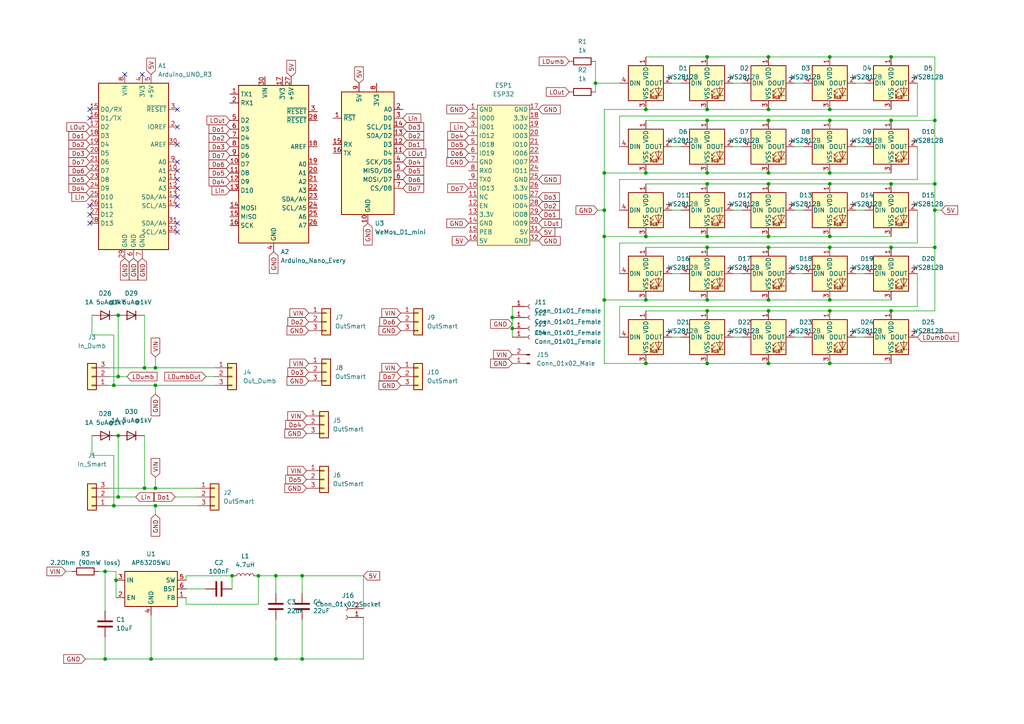
<source format=kicad_sch>
(kicad_sch (version 20230121) (generator eeschema)
  (paper "A4")
  (lib_symbols
    (symbol "Connector:Conn_01x01_Female" (pin_names (offset 1.016) hide)
      (property "Reference" "J" (at 0 2.54 0))
      (property "Value" "Conn_01x01_Female" (at 0 -2.54 0))
      (symbol "Conn_01x01_Female_1_1"
        (pin passive line (at -5.08 0 0) (length 3.81) (name "Pin_1") (number "1"))
      )
    )
    (symbol "Connector:Conn_01x02_Male" (pin_names (offset 1.016) hide)
      (property "Reference" "J" (at 0 2.54 0))
      (property "Value" "Conn_01x02_Male" (at 0 -5.08 0))
      (symbol "Conn_01x02_Male_1_1"
        (pin passive line (at 5.08 0 180) (length 3.81) (name "Pin_1") (number "1"))
        (pin passive line (at 5.08 -2.54 180) (length 3.81) (name "Pin_2") (number "2"))
      )
    )
    (symbol "Connector:Conn_01x02_Socket" (pin_names (offset 1.016) hide)
      (property "Reference" "J" (at 0 2.54 0))
      (property "Value" "Conn_01x02_Socket" (at 0 -5.08 0))
      (symbol "Conn_01x02_Socket_1_1"
        (pin passive line (at -5.08 0 0) (length 3.81) (name "Pin_1") (number "1"))
        (pin passive line (at -5.08 -2.54 0) (length 3.81) (name "Pin_2") (number "2"))
      )
    )
    (symbol "Connector_Generic:Conn_01x03" (pin_names (offset 1.016) hide)
      (property "Reference" "J" (at 0 5.08 0))
      (property "Value" "Conn_01x03" (at 0 -5.08 0))
      (symbol "Conn_01x03_1_1"
        (pin passive line (at -5.08 2.54 0) (length 3.81) (name "Pin_1") (number "1"))
        (pin passive line (at -5.08 0 0) (length 3.81) (name "Pin_2") (number "2"))
        (pin passive line (at -5.08 -2.54 0) (length 3.81) (name "Pin_3") (number "3"))
      )
    )
    (symbol "Device:C" (pin_numbers hide) (pin_names (offset 0.254))
      (property "Reference" "C" (at 0.635 2.54 0))
      (property "Value" "C" (at 0.635 -2.54 0))
      (symbol "C_1_1"
        (pin passive line (at 0 3.81 270) (length 2.794) (name "~") (number "1"))
        (pin passive line (at 0 -3.81 90) (length 2.794) (name "~") (number "2"))
      )
    )
    (symbol "Device:D" (pin_numbers hide) (pin_names (offset 1.016) hide)
      (property "Reference" "D" (at 0 2.54 0))
      (property "Value" "D" (at 0 -2.54 0))
      (symbol "D_1_1"
        (pin passive line (at -3.81 0 0) (length 2.54) (name "K") (number "1"))
        (pin passive line (at 3.81 0 180) (length 2.54) (name "A") (number "2"))
      )
    )
    (symbol "Device:L" (pin_numbers hide) (pin_names (offset 1.016) hide)
      (property "Reference" "L" (at -1.27 0 90))
      (property "Value" "L" (at 1.905 0 90))
      (symbol "L_1_1"
        (pin passive line (at 0 3.81 270) (length 1.27) (name "1") (number "1"))
        (pin passive line (at 0 -3.81 90) (length 1.27) (name "2") (number "2"))
      )
    )
    (symbol "Device:R" (pin_numbers hide) (pin_names (offset 0))
      (property "Reference" "R" (at 2.032 0 90))
      (property "Value" "R" (at 0 0 90))
      (symbol "R_1_1"
        (pin passive line (at 0 3.81 270) (length 1.27) (name "~") (number "1"))
        (pin passive line (at 0 -3.81 90) (length 1.27) (name "~") (number "2"))
      )
    )
    (symbol "LED:WS2812B" (pin_names (offset 0.254))
      (property "Reference" "D" (at 5.08 5.715 0))
      (property "Value" "WS2812B" (at 1.27 -5.715 0))
      (symbol "WS2812B_0_0"
        (text "RGB" (at 2.286 -4.191 0) (effects (font (size 0.762 0.762))))
      )
      (symbol "WS2812B_1_1"
        (pin power_in line (at 0 7.62 270) (length 2.54) (name "VDD") (number "1"))
        (pin output line (at 7.62 0 180) (length 2.54) (name "DOUT") (number "2"))
        (pin power_in line (at 0 -7.62 90) (length 2.54) (name "VSS") (number "3"))
        (pin input line (at -7.62 0 0) (length 2.54) (name "DIN") (number "4"))
      )
    )
    (symbol "MCU_Module:Arduino_Nano_Every"
      (property "Reference" "A" (at -10.16 23.495 0))
      (property "Value" "Arduino_Nano_Every" (at 5.08 -24.13 0))
      (symbol "Arduino_Nano_Every_1_1"
        (pin bidirectional line (at -12.7 20.32 0) (length 2.54) (name "TX1") (number "1"))
        (pin bidirectional line (at -12.7 0 0) (length 2.54) (name "D7") (number "10"))
        (pin bidirectional line (at -12.7 -2.54 0) (length 2.54) (name "D8") (number "11"))
        (pin bidirectional line (at -12.7 -5.08 0) (length 2.54) (name "D9") (number "12"))
        (pin bidirectional line (at -12.7 -7.62 0) (length 2.54) (name "D10") (number "13"))
        (pin bidirectional line (at -12.7 -12.7 0) (length 2.54) (name "MOSI") (number "14"))
        (pin bidirectional line (at -12.7 -15.24 0) (length 2.54) (name "MISO") (number "15"))
        (pin bidirectional line (at -12.7 -17.78 0) (length 2.54) (name "SCK") (number "16"))
        (pin power_out line (at 2.54 25.4 270) (length 2.54) (name "3V3") (number "17"))
        (pin input line (at 12.7 5.08 180) (length 2.54) (name "AREF") (number "18"))
        (pin bidirectional line (at 12.7 0 180) (length 2.54) (name "A0") (number "19"))
        (pin bidirectional line (at -12.7 17.78 0) (length 2.54) (name "RX1") (number "2"))
        (pin bidirectional line (at 12.7 -2.54 180) (length 2.54) (name "A1") (number "20"))
        (pin bidirectional line (at 12.7 -5.08 180) (length 2.54) (name "A2") (number "21"))
        (pin bidirectional line (at 12.7 -7.62 180) (length 2.54) (name "A3") (number "22"))
        (pin bidirectional line (at 12.7 -10.16 180) (length 2.54) (name "SDA/A4") (number "23"))
        (pin bidirectional line (at 12.7 -12.7 180) (length 2.54) (name "SCL/A5") (number "24"))
        (pin bidirectional line (at 12.7 -15.24 180) (length 2.54) (name "A6") (number "25"))
        (pin bidirectional line (at 12.7 -17.78 180) (length 2.54) (name "A7") (number "26"))
        (pin power_out line (at 5.08 25.4 270) (length 2.54) (name "+5V") (number "27"))
        (pin input line (at 12.7 12.7 180) (length 2.54) (name "~{RESET}") (number "28"))
        (pin passive line (at 0 -25.4 90) (length 2.54) hide (name "GND") (number "29"))
        (pin input line (at 12.7 15.24 180) (length 2.54) (name "~{RESET}") (number "3"))
        (pin power_in line (at -2.54 25.4 270) (length 2.54) (name "VIN") (number "30"))
        (pin power_in line (at 0 -25.4 90) (length 2.54) (name "GND") (number "4"))
        (pin bidirectional line (at -12.7 12.7 0) (length 2.54) (name "D2") (number "5"))
        (pin bidirectional line (at -12.7 10.16 0) (length 2.54) (name "D3") (number "6"))
        (pin bidirectional line (at -12.7 7.62 0) (length 2.54) (name "D4") (number "7"))
        (pin bidirectional line (at -12.7 5.08 0) (length 2.54) (name "D5") (number "8"))
        (pin bidirectional line (at -12.7 2.54 0) (length 2.54) (name "D6") (number "9"))
      )
    )
    (symbol "MCU_Module:Arduino_UNO_R3"
      (property "Reference" "A" (at -10.16 23.495 0))
      (property "Value" "Arduino_UNO_R3" (at 5.08 -26.67 0))
      (symbol "Arduino_UNO_R3_1_1"
        (pin no_connect line (at -10.16 -20.32 0) (length 2.54) hide (name "NC") (number "1"))
        (pin bidirectional line (at 12.7 -2.54 180) (length 2.54) (name "A1") (number "10"))
        (pin bidirectional line (at 12.7 -5.08 180) (length 2.54) (name "A2") (number "11"))
        (pin bidirectional line (at 12.7 -7.62 180) (length 2.54) (name "A3") (number "12"))
        (pin bidirectional line (at 12.7 -10.16 180) (length 2.54) (name "SDA/A4") (number "13"))
        (pin bidirectional line (at 12.7 -12.7 180) (length 2.54) (name "SCL/A5") (number "14"))
        (pin bidirectional line (at -12.7 15.24 0) (length 2.54) (name "D0/RX") (number "15"))
        (pin bidirectional line (at -12.7 12.7 0) (length 2.54) (name "D1/TX") (number "16"))
        (pin bidirectional line (at -12.7 10.16 0) (length 2.54) (name "D2") (number "17"))
        (pin bidirectional line (at -12.7 7.62 0) (length 2.54) (name "D3") (number "18"))
        (pin bidirectional line (at -12.7 5.08 0) (length 2.54) (name "D4") (number "19"))
        (pin output line (at 12.7 10.16 180) (length 2.54) (name "IOREF") (number "2"))
        (pin bidirectional line (at -12.7 2.54 0) (length 2.54) (name "D5") (number "20"))
        (pin bidirectional line (at -12.7 0 0) (length 2.54) (name "D6") (number "21"))
        (pin bidirectional line (at -12.7 -2.54 0) (length 2.54) (name "D7") (number "22"))
        (pin bidirectional line (at -12.7 -5.08 0) (length 2.54) (name "D8") (number "23"))
        (pin bidirectional line (at -12.7 -7.62 0) (length 2.54) (name "D9") (number "24"))
        (pin bidirectional line (at -12.7 -10.16 0) (length 2.54) (name "D10") (number "25"))
        (pin bidirectional line (at -12.7 -12.7 0) (length 2.54) (name "D11") (number "26"))
        (pin bidirectional line (at -12.7 -15.24 0) (length 2.54) (name "D12") (number "27"))
        (pin bidirectional line (at -12.7 -17.78 0) (length 2.54) (name "D13") (number "28"))
        (pin power_in line (at -2.54 -27.94 90) (length 2.54) (name "GND") (number "29"))
        (pin input line (at 12.7 15.24 180) (length 2.54) (name "~{RESET}") (number "3"))
        (pin input line (at 12.7 5.08 180) (length 2.54) (name "AREF") (number "30"))
        (pin bidirectional line (at 12.7 -17.78 180) (length 2.54) (name "SDA/A4") (number "31"))
        (pin bidirectional line (at 12.7 -20.32 180) (length 2.54) (name "SCL/A5") (number "32"))
        (pin power_out line (at 2.54 25.4 270) (length 2.54) (name "3V3") (number "4"))
        (pin power_out line (at 5.08 25.4 270) (length 2.54) (name "+5V") (number "5"))
        (pin power_in line (at 0 -27.94 90) (length 2.54) (name "GND") (number "6"))
        (pin power_in line (at 2.54 -27.94 90) (length 2.54) (name "GND") (number "7"))
        (pin power_in line (at -2.54 25.4 270) (length 2.54) (name "VIN") (number "8"))
        (pin bidirectional line (at 12.7 0 180) (length 2.54) (name "A0") (number "9"))
      )
    )
    (symbol "MCU_Module:WeMos_D1_mini"
      (property "Reference" "U" (at 3.81 19.05 0))
      (property "Value" "WeMos_D1_mini" (at 1.27 -19.05 0))
      (symbol "WeMos_D1_mini_1_1"
        (pin input line (at -10.16 10.16 0) (length 2.54) (name "~{RST}") (number "1"))
        (pin power_in line (at 0 -20.32 90) (length 2.54) (name "GND") (number "10"))
        (pin bidirectional line (at 10.16 0 180) (length 2.54) (name "D4") (number "11"))
        (pin bidirectional line (at 10.16 2.54 180) (length 2.54) (name "D3") (number "12"))
        (pin bidirectional line (at 10.16 5.08 180) (length 2.54) (name "SDA/D2") (number "13"))
        (pin bidirectional line (at 10.16 7.62 180) (length 2.54) (name "SCL/D1") (number "14"))
        (pin input line (at -10.16 2.54 0) (length 2.54) (name "RX") (number "15"))
        (pin output line (at -10.16 0 0) (length 2.54) (name "TX") (number "16"))
        (pin input line (at 10.16 12.7 180) (length 2.54) (name "A0") (number "2"))
        (pin bidirectional line (at 10.16 10.16 180) (length 2.54) (name "D0") (number "3"))
        (pin bidirectional line (at 10.16 -2.54 180) (length 2.54) (name "SCK/D5") (number "4"))
        (pin bidirectional line (at 10.16 -5.08 180) (length 2.54) (name "MISO/D6") (number "5"))
        (pin bidirectional line (at 10.16 -7.62 180) (length 2.54) (name "MOSI/D7") (number "6"))
        (pin bidirectional line (at 10.16 -10.16 180) (length 2.54) (name "CS/D8") (number "7"))
        (pin power_out line (at 2.54 20.32 270) (length 2.54) (name "3V3") (number "8"))
        (pin power_in line (at -2.54 20.32 270) (length 2.54) (name "5V") (number "9"))
      )
    )
    (symbol "Regulator_Switching:AP63205WU"
      (property "Reference" "U" (at -7.62 6.35 0))
      (property "Value" "AP63205WU" (at 2.54 6.35 0))
      (symbol "AP63205WU_1_1"
        (pin input line (at 10.16 -2.54 180) (length 2.54) (name "FB") (number "1"))
        (pin input line (at -10.16 -2.54 0) (length 2.54) (name "EN") (number "2"))
        (pin power_in line (at -10.16 2.54 0) (length 2.54) (name "IN") (number "3"))
        (pin power_in line (at 0 -7.62 90) (length 2.54) (name "GND") (number "4"))
        (pin output line (at 10.16 2.54 180) (length 2.54) (name "SW") (number "5"))
        (pin passive line (at 10.16 0 180) (length 2.54) (name "BST") (number "6"))
      )
    )
    (symbol "project-parts:ESP32"
      (property "Reference" "ESP32" (at -3.81 -2.54 0))
      (property "Value" "ESP32" (at -3.81 -2.54 0))
      (symbol "ESP32_1_1"
        (pin input line (at -13.97 -5.08 0) (length 2.54) (name "GND") (number "1"))
        (pin input line (at -13.97 -27.94 0) (length 2.54) (name "IO13") (number "10"))
        (pin input line (at -13.97 -30.48 0) (length 2.54) (name "NC") (number "11"))
        (pin input line (at -13.97 -33.02 0) (length 2.54) (name "EN") (number "12"))
        (pin input line (at -13.97 -35.56 0) (length 2.54) (name "3.3V") (number "13"))
        (pin input line (at -13.97 -38.1 0) (length 2.54) (name "GND") (number "14"))
        (pin input line (at -13.97 -40.64 0) (length 2.54) (name "PEB") (number "15"))
        (pin input line (at -13.97 -43.18 0) (length 2.54) (name "5V") (number "16"))
        (pin input line (at 6.35 -5.08 180) (length 2.54) (name "GND") (number "17"))
        (pin input line (at 6.35 -7.62 180) (length 2.54) (name "3.3V") (number "18"))
        (pin input line (at 6.35 -10.16 180) (length 2.54) (name "IO02") (number "19"))
        (pin input line (at -13.97 -7.62 0) (length 2.54) (name "IO00") (number "2"))
        (pin input line (at 6.35 -12.7 180) (length 2.54) (name "IO03") (number "20"))
        (pin input line (at 6.35 -15.24 180) (length 2.54) (name "IO10") (number "21"))
        (pin input line (at 6.35 -17.78 180) (length 2.54) (name "IO06") (number "22"))
        (pin input line (at 6.35 -20.32 180) (length 2.54) (name "IO07") (number "23"))
        (pin input line (at 6.35 -22.86 180) (length 2.54) (name "IO11") (number "24"))
        (pin input line (at 6.35 -25.4 180) (length 2.54) (name "GND") (number "25"))
        (pin input line (at 6.35 -27.94 180) (length 2.54) (name "3.3V") (number "26"))
        (pin input line (at 6.35 -30.48 180) (length 2.54) (name "IO05") (number "27"))
        (pin input line (at 6.35 -33.02 180) (length 2.54) (name "IO04") (number "28"))
        (pin input line (at 6.35 -35.56 180) (length 2.54) (name "IO08") (number "29"))
        (pin input line (at -13.97 -10.16 0) (length 2.54) (name "IO01") (number "3"))
        (pin input line (at 6.35 -38.1 180) (length 2.54) (name "IO09") (number "30"))
        (pin input line (at 6.35 -40.64 180) (length 2.54) (name "5V") (number "31"))
        (pin input line (at 6.35 -43.18 180) (length 2.54) (name "GND") (number "32"))
        (pin input line (at -13.97 -12.7 0) (length 2.54) (name "IO12") (number "4"))
        (pin input line (at -13.97 -15.24 0) (length 2.54) (name "IO18") (number "5"))
        (pin input line (at -13.97 -17.78 0) (length 2.54) (name "IO19") (number "6"))
        (pin input line (at -13.97 -20.32 0) (length 2.54) (name "GND") (number "7"))
        (pin input line (at -13.97 -22.86 0) (length 2.54) (name "RX0") (number "8"))
        (pin input line (at -13.97 -25.4 0) (length 2.54) (name "TX0") (number "9"))
      )
    )
  )
  (junction (at 240.665 71.755))
  (junction (at 187.325 31.75))
  (junction (at 45.085 106.68))
  (junction (at 30.48 191.135))
  (junction (at 87.63 167.005))
  (junction (at 205.105 16.51))
  (junction (at 187.325 50.165))
  (junction (at 45.085 141.605))
  (junction (at 33.655 168.275))
  (junction (at 148.59 95.25))
  (junction (at 205.105 53.34))
  (junction (at 45.085 111.76))
  (junction (at 175.26 50.165))
  (junction (at 258.445 34.925))
  (junction (at 205.105 90.17))
  (junction (at 80.01 191.135))
  (junction (at 148.59 92.075))
  (junction (at 240.665 68.58))
  (junction (at 175.26 60.96))
  (junction (at 80.01 167.005))
  (junction (at 30.48 165.735))
  (junction (at 205.105 86.995))
  (junction (at 187.325 86.995))
  (junction (at 271.145 60.96))
  (junction (at 222.885 34.925))
  (junction (at 240.665 50.165))
  (junction (at 34.29 109.22))
  (junction (at 172.72 24.13))
  (junction (at 222.885 50.165))
  (junction (at 205.105 105.41))
  (junction (at 240.665 16.51))
  (junction (at 222.885 31.75))
  (junction (at 271.145 34.925))
  (junction (at 34.29 144.145))
  (junction (at 240.665 105.41))
  (junction (at 222.885 105.41))
  (junction (at 205.105 71.755))
  (junction (at 67.31 167.005))
  (junction (at 222.885 90.17))
  (junction (at 240.665 53.34))
  (junction (at 240.665 34.925))
  (junction (at 222.885 86.995))
  (junction (at 222.885 16.51))
  (junction (at 240.665 86.995))
  (junction (at 258.445 16.51))
  (junction (at 205.105 31.75))
  (junction (at 43.815 191.135))
  (junction (at 34.29 91.44))
  (junction (at 175.26 68.58))
  (junction (at 222.885 53.34))
  (junction (at 205.105 34.925))
  (junction (at 240.665 90.17))
  (junction (at 271.145 71.755))
  (junction (at 34.29 126.365))
  (junction (at 33.02 111.76))
  (junction (at 187.325 105.41))
  (junction (at 41.91 106.68))
  (junction (at 258.445 53.34))
  (junction (at 41.91 141.605))
  (junction (at 222.885 71.755))
  (junction (at 74.93 167.005))
  (junction (at 175.26 86.995))
  (junction (at 240.665 31.75))
  (junction (at 33.02 146.685))
  (junction (at 258.445 71.755))
  (junction (at 87.63 191.135))
  (junction (at 271.145 53.34))
  (junction (at 258.445 90.17))
  (junction (at 222.885 68.58))
  (junction (at 205.105 68.58))
  (junction (at 45.085 146.685))
  (junction (at 205.105 50.165))
  (junction (at 187.325 68.58))
  (no_connect (at 51.435 67.31))
  (no_connect (at 51.435 46.99))
  (no_connect (at 51.435 54.61))
  (no_connect (at 26.035 31.75))
  (no_connect (at 51.435 41.91))
  (no_connect (at 51.435 64.77))
  (no_connect (at 26.035 62.23))
  (no_connect (at 51.435 36.83))
  (no_connect (at 26.035 34.29))
  (no_connect (at 51.435 52.07))
  (no_connect (at 26.035 59.69))
  (no_connect (at 51.435 57.15))
  (no_connect (at 51.435 49.53))
  (no_connect (at 51.435 59.69))
  (no_connect (at 51.435 31.75))
  (no_connect (at 36.195 21.59))
  (no_connect (at 26.035 64.77))
  (no_connect (at 41.275 21.59))
  (wire (pts (xy 205.105 31.75) (xy 187.325 31.75)))
  (wire (pts (xy 205.105 71.755) (xy 222.885 71.755)))
  (wire (pts (xy 31.75 144.145) (xy 34.29 144.145)))
  (wire (pts (xy 34.29 144.145) (xy 39.37 144.145)))
  (wire (pts (xy 30.48 165.735) (xy 30.48 177.165)))
  (wire (pts (xy 194.945 79.375) (xy 197.485 79.375)))
  (wire (pts (xy 273.05 60.96) (xy 271.145 60.96)))
  (wire (pts (xy 26.67 97.155) (xy 33.02 97.155)))
  (wire (pts (xy 212.725 60.96) (xy 215.265 60.96)))
  (wire (pts (xy 271.145 60.96) (xy 271.145 71.755)))
  (wire (pts (xy 53.975 168.275) (xy 53.975 167.005)))
  (wire (pts (xy 240.665 16.51) (xy 258.445 16.51)))
  (wire (pts (xy 19.05 165.735) (xy 20.955 165.735)))
  (wire (pts (xy 105.41 176.53) (xy 105.41 167.005)))
  (wire (pts (xy 45.085 111.76) (xy 62.23 111.76)))
  (wire (pts (xy 212.725 79.375) (xy 215.265 79.375)))
  (wire (pts (xy 222.885 34.925) (xy 240.665 34.925)))
  (wire (pts (xy 240.665 86.995) (xy 222.885 86.995)))
  (wire (pts (xy 205.105 68.58) (xy 187.325 68.58)))
  (wire (pts (xy 33.02 146.685) (xy 45.085 146.685)))
  (wire (pts (xy 87.63 167.005) (xy 105.41 167.005)))
  (wire (pts (xy 271.145 90.17) (xy 258.445 90.17)))
  (wire (pts (xy 31.75 141.605) (xy 41.91 141.605)))
  (wire (pts (xy 205.105 16.51) (xy 222.885 16.51)))
  (wire (pts (xy 31.75 146.685) (xy 33.02 146.685)))
  (wire (pts (xy 258.445 68.58) (xy 240.665 68.58)))
  (wire (pts (xy 240.665 71.755) (xy 258.445 71.755)))
  (wire (pts (xy 222.885 16.51) (xy 240.665 16.51)))
  (wire (pts (xy 45.085 106.68) (xy 62.23 106.68)))
  (wire (pts (xy 87.63 167.005) (xy 87.63 172.085)))
  (wire (pts (xy 59.69 109.22) (xy 62.23 109.22)))
  (wire (pts (xy 212.725 42.545) (xy 215.265 42.545)))
  (wire (pts (xy 266.065 52.07) (xy 179.705 52.07)))
  (wire (pts (xy 248.285 60.96) (xy 250.825 60.96)))
  (wire (pts (xy 50.8 144.145) (xy 57.15 144.145)))
  (wire (pts (xy 187.325 53.34) (xy 205.105 53.34)))
  (wire (pts (xy 31.75 106.68) (xy 41.91 106.68)))
  (wire (pts (xy 74.93 167.005) (xy 74.93 175.26)))
  (wire (pts (xy 187.325 34.925) (xy 205.105 34.925)))
  (wire (pts (xy 266.065 88.9) (xy 179.705 88.9)))
  (wire (pts (xy 45.085 138.43) (xy 45.085 141.605)))
  (wire (pts (xy 222.885 50.165) (xy 240.665 50.165)))
  (wire (pts (xy 45.085 111.76) (xy 45.085 114.3)))
  (wire (pts (xy 258.445 90.17) (xy 240.665 90.17)))
  (wire (pts (xy 148.59 92.075) (xy 148.59 95.25)))
  (wire (pts (xy 271.145 53.34) (xy 271.145 60.96)))
  (wire (pts (xy 187.325 68.58) (xy 175.26 68.58)))
  (wire (pts (xy 45.085 146.685) (xy 45.085 149.225)))
  (wire (pts (xy 33.02 97.155) (xy 33.02 111.76)))
  (wire (pts (xy 222.885 71.755) (xy 240.665 71.755)))
  (wire (pts (xy 205.105 86.995) (xy 187.325 86.995)))
  (wire (pts (xy 187.325 86.995) (xy 175.26 86.995)))
  (wire (pts (xy 222.885 53.34) (xy 240.665 53.34)))
  (wire (pts (xy 230.505 79.375) (xy 233.045 79.375)))
  (wire (pts (xy 53.975 175.26) (xy 53.975 173.355)))
  (wire (pts (xy 31.75 109.22) (xy 34.29 109.22)))
  (wire (pts (xy 258.445 53.34) (xy 271.145 53.34)))
  (wire (pts (xy 41.91 141.605) (xy 45.085 141.605)))
  (wire (pts (xy 205.105 53.34) (xy 222.885 53.34)))
  (wire (pts (xy 74.93 175.26) (xy 53.975 175.26)))
  (wire (pts (xy 266.065 42.545) (xy 266.065 52.07)))
  (wire (pts (xy 266.065 70.485) (xy 179.705 70.485)))
  (wire (pts (xy 148.59 95.25) (xy 148.59 97.79)))
  (wire (pts (xy 34.29 91.44) (xy 34.29 109.22)))
  (wire (pts (xy 240.665 34.925) (xy 258.445 34.925)))
  (wire (pts (xy 212.725 97.79) (xy 215.265 97.79)))
  (wire (pts (xy 80.01 179.705) (xy 80.01 191.135)))
  (wire (pts (xy 240.665 50.165) (xy 258.445 50.165)))
  (wire (pts (xy 248.285 24.13) (xy 250.825 24.13)))
  (wire (pts (xy 31.75 111.76) (xy 33.02 111.76)))
  (wire (pts (xy 258.445 34.925) (xy 271.145 34.925)))
  (wire (pts (xy 24.765 191.135) (xy 30.48 191.135)))
  (wire (pts (xy 33.02 111.76) (xy 45.085 111.76)))
  (wire (pts (xy 187.325 105.41) (xy 175.26 105.41)))
  (wire (pts (xy 175.26 105.41) (xy 175.26 86.995)))
  (wire (pts (xy 258.445 71.755) (xy 271.145 71.755)))
  (wire (pts (xy 175.26 86.995) (xy 175.26 68.58)))
  (wire (pts (xy 266.065 60.96) (xy 266.065 70.485)))
  (wire (pts (xy 43.815 191.135) (xy 43.815 178.435)))
  (wire (pts (xy 187.325 16.51) (xy 205.105 16.51)))
  (wire (pts (xy 222.885 31.75) (xy 205.105 31.75)))
  (wire (pts (xy 175.26 68.58) (xy 175.26 60.96)))
  (wire (pts (xy 179.705 52.07) (xy 179.705 60.96)))
  (wire (pts (xy 222.885 86.995) (xy 205.105 86.995)))
  (wire (pts (xy 33.655 168.275) (xy 33.655 165.735)))
  (wire (pts (xy 172.72 24.13) (xy 179.705 24.13)))
  (wire (pts (xy 205.105 50.165) (xy 222.885 50.165)))
  (wire (pts (xy 266.065 33.655) (xy 179.705 33.655)))
  (wire (pts (xy 194.945 60.96) (xy 197.485 60.96)))
  (wire (pts (xy 248.285 42.545) (xy 250.825 42.545)))
  (wire (pts (xy 173.355 60.96) (xy 175.26 60.96)))
  (wire (pts (xy 45.085 141.605) (xy 57.15 141.605)))
  (wire (pts (xy 248.285 97.79) (xy 250.825 97.79)))
  (wire (pts (xy 187.325 71.755) (xy 205.105 71.755)))
  (wire (pts (xy 230.505 42.545) (xy 233.045 42.545)))
  (wire (pts (xy 271.145 34.925) (xy 271.145 53.34)))
  (wire (pts (xy 80.01 167.005) (xy 80.01 172.085)))
  (wire (pts (xy 194.945 97.79) (xy 197.485 97.79)))
  (wire (pts (xy 222.885 105.41) (xy 205.105 105.41)))
  (wire (pts (xy 26.67 91.44) (xy 26.67 97.155)))
  (wire (pts (xy 205.105 34.925) (xy 222.885 34.925)))
  (wire (pts (xy 212.725 24.13) (xy 215.265 24.13)))
  (wire (pts (xy 179.705 33.655) (xy 179.705 42.545)))
  (wire (pts (xy 53.975 167.005) (xy 67.31 167.005)))
  (wire (pts (xy 205.105 90.17) (xy 187.325 90.17)))
  (wire (pts (xy 240.665 68.58) (xy 222.885 68.58)))
  (wire (pts (xy 248.285 79.375) (xy 250.825 79.375)))
  (wire (pts (xy 172.72 17.78) (xy 172.72 24.13)))
  (wire (pts (xy 87.63 179.705) (xy 87.63 191.135)))
  (wire (pts (xy 28.575 165.735) (xy 30.48 165.735)))
  (wire (pts (xy 41.91 106.68) (xy 45.085 106.68)))
  (wire (pts (xy 266.065 79.375) (xy 266.065 88.9)))
  (wire (pts (xy 175.26 31.75) (xy 175.26 50.165)))
  (wire (pts (xy 240.665 53.34) (xy 258.445 53.34)))
  (wire (pts (xy 258.445 31.75) (xy 240.665 31.75)))
  (wire (pts (xy 33.02 132.08) (xy 33.02 146.685)))
  (wire (pts (xy 205.105 105.41) (xy 187.325 105.41)))
  (wire (pts (xy 80.01 191.135) (xy 87.63 191.135)))
  (wire (pts (xy 33.655 168.275) (xy 33.655 173.355)))
  (wire (pts (xy 266.065 24.13) (xy 266.065 33.655)))
  (wire (pts (xy 194.945 42.545) (xy 197.485 42.545)))
  (wire (pts (xy 26.67 132.08) (xy 33.02 132.08)))
  (wire (pts (xy 148.59 88.9) (xy 148.59 92.075)))
  (wire (pts (xy 230.505 97.79) (xy 233.045 97.79)))
  (wire (pts (xy 271.145 16.51) (xy 271.145 34.925)))
  (wire (pts (xy 34.29 126.365) (xy 34.29 144.145)))
  (wire (pts (xy 240.665 31.75) (xy 222.885 31.75)))
  (wire (pts (xy 271.145 71.755) (xy 271.145 90.17)))
  (wire (pts (xy 45.085 103.505) (xy 45.085 106.68)))
  (wire (pts (xy 179.705 88.9) (xy 179.705 97.79)))
  (wire (pts (xy 230.505 24.13) (xy 233.045 24.13)))
  (wire (pts (xy 222.885 68.58) (xy 205.105 68.58)))
  (wire (pts (xy 240.665 90.17) (xy 222.885 90.17)))
  (wire (pts (xy 53.975 170.815) (xy 59.69 170.815)))
  (wire (pts (xy 80.01 167.005) (xy 87.63 167.005)))
  (wire (pts (xy 187.325 50.165) (xy 205.105 50.165)))
  (wire (pts (xy 45.085 146.685) (xy 57.15 146.685)))
  (wire (pts (xy 240.665 105.41) (xy 222.885 105.41)))
  (wire (pts (xy 30.48 191.135) (xy 43.815 191.135)))
  (wire (pts (xy 179.705 70.485) (xy 179.705 79.375)))
  (wire (pts (xy 258.445 16.51) (xy 271.145 16.51)))
  (wire (pts (xy 230.505 60.96) (xy 233.045 60.96)))
  (wire (pts (xy 105.41 179.07) (xy 105.41 191.135)))
  (wire (pts (xy 30.48 184.785) (xy 30.48 191.135)))
  (wire (pts (xy 222.885 90.17) (xy 205.105 90.17)))
  (wire (pts (xy 105.41 191.135) (xy 87.63 191.135)))
  (wire (pts (xy 74.93 167.005) (xy 80.01 167.005)))
  (wire (pts (xy 34.29 109.22) (xy 36.83 109.22)))
  (wire (pts (xy 30.48 165.735) (xy 33.655 165.735)))
  (wire (pts (xy 175.26 60.96) (xy 175.26 50.165)))
  (wire (pts (xy 43.815 191.135) (xy 80.01 191.135)))
  (wire (pts (xy 67.31 167.005) (xy 67.31 170.815)))
  (wire (pts (xy 194.945 24.13) (xy 197.485 24.13)))
  (wire (pts (xy 258.445 105.41) (xy 240.665 105.41)))
  (wire (pts (xy 175.26 50.165) (xy 187.325 50.165)))
  (wire (pts (xy 172.72 24.13) (xy 172.72 26.67)))
  (wire (pts (xy 41.91 91.44) (xy 41.91 106.68)))
  (wire (pts (xy 187.325 31.75) (xy 175.26 31.75)))
  (wire (pts (xy 258.445 86.995) (xy 240.665 86.995)))
  (wire (pts (xy 26.67 126.365) (xy 26.67 132.08)))
  (wire (pts (xy 41.91 126.365) (xy 41.91 141.605)))
  (global_label "GND" (shape input) (at 89.535 95.885 180) (property "Intersheetrefs" "${INTERSHEET_REFS}" (effects hide)))
  (global_label "Do5" (shape input) (at 116.84 49.53 0) (property "Intersheetrefs" "${INTERSHEET_REFS}" (effects hide)))
  (global_label "GND" (shape input) (at 156.21 69.85 0) (property "Intersheetrefs" "${INTERSHEET_REFS}" (effects hide)))
  (global_label "GND" (shape input) (at 38.735 74.93 270) (property "Intersheetrefs" "${INTERSHEET_REFS}" (effects hide)))
  (global_label "GND" (shape input) (at 88.9 125.73 180) (property "Intersheetrefs" "${INTERSHEET_REFS}" (effects hide)))
  (global_label "Do3" (shape input) (at 156.21 57.15 0) (property "Intersheetrefs" "${INTERSHEET_REFS}" (effects hide)))
  (global_label "LDumbOut" (shape input) (at 59.69 109.22 180) (property "Intersheetrefs" "${INTERSHEET_REFS}" (effects hide)))
  (global_label "Do6" (shape input) (at 116.84 52.07 0) (property "Intersheetrefs" "${INTERSHEET_REFS}" (effects hide)))
  (global_label "LOut" (shape input) (at 66.675 34.925 180) (property "Intersheetrefs" "${INTERSHEET_REFS}" (effects hide)))
  (global_label "VIN" (shape input) (at 88.9 136.525 180) (property "Intersheetrefs" "${INTERSHEET_REFS}" (effects hide)))
  (global_label "Do5" (shape input) (at 88.9 139.065 180) (property "Intersheetrefs" "${INTERSHEET_REFS}" (effects hide)))
  (global_label "LOut" (shape input) (at 156.21 64.77 0) (property "Intersheetrefs" "${INTERSHEET_REFS}" (effects hide)))
  (global_label "Do3" (shape input) (at 66.675 42.545 180) (property "Intersheetrefs" "${INTERSHEET_REFS}" (effects hide)))
  (global_label "LDumb" (shape input) (at 165.1 17.78 180) (property "Intersheetrefs" "${INTERSHEET_REFS}" (effects hide)))
  (global_label "Do6" (shape input) (at 66.675 47.625 180) (property "Intersheetrefs" "${INTERSHEET_REFS}" (effects hide)))
  (global_label "VIN" (shape input) (at 116.205 106.68 180) (property "Intersheetrefs" "${INTERSHEET_REFS}" (effects hide)))
  (global_label "Do4" (shape input) (at 26.035 54.61 180) (property "Intersheetrefs" "${INTERSHEET_REFS}" (effects hide)))
  (global_label "Do6" (shape input) (at 116.205 93.345 180) (property "Intersheetrefs" "${INTERSHEET_REFS}" (effects hide)))
  (global_label "GND" (shape input) (at 106.68 64.77 270) (property "Intersheetrefs" "${INTERSHEET_REFS}" (effects hide)))
  (global_label "Do7" (shape input) (at 26.035 46.99 180) (property "Intersheetrefs" "${INTERSHEET_REFS}" (effects hide)))
  (global_label "LDumb" (shape input) (at 36.83 109.22 0) (property "Intersheetrefs" "${INTERSHEET_REFS}" (effects hide)))
  (global_label "Do3" (shape input) (at 26.035 44.45 180) (property "Intersheetrefs" "${INTERSHEET_REFS}" (effects hide)))
  (global_label "LOut" (shape input) (at 26.035 36.83 180) (property "Intersheetrefs" "${INTERSHEET_REFS}" (effects hide)))
  (global_label "VIN" (shape input) (at 89.535 90.805 180) (property "Intersheetrefs" "${INTERSHEET_REFS}" (effects hide)))
  (global_label "GND" (shape input) (at 116.205 95.885 180) (property "Intersheetrefs" "${INTERSHEET_REFS}" (effects hide)))
  (global_label "5V" (shape input) (at 104.14 24.13 90) (property "Intersheetrefs" "${INTERSHEET_REFS}" (effects hide)))
  (global_label "Lin" (shape input) (at 39.37 144.145 0) (property "Intersheetrefs" "${INTERSHEET_REFS}" (effects hide)))
  (global_label "Do2" (shape input) (at 26.035 41.91 180) (property "Intersheetrefs" "${INTERSHEET_REFS}" (effects hide)))
  (global_label "Do7" (shape input) (at 66.675 45.085 180) (property "Intersheetrefs" "${INTERSHEET_REFS}" (effects hide)))
  (global_label "Do6" (shape input) (at 135.89 44.45 180) (property "Intersheetrefs" "${INTERSHEET_REFS}" (effects hide)))
  (global_label "5V" (shape input) (at 43.815 21.59 90) (property "Intersheetrefs" "${INTERSHEET_REFS}" (effects hide)))
  (global_label "Do2" (shape input) (at 66.675 40.005 180) (property "Intersheetrefs" "${INTERSHEET_REFS}" (effects hide)))
  (global_label "LOut" (shape input) (at 165.1 26.67 180) (property "Intersheetrefs" "${INTERSHEET_REFS}" (effects hide)))
  (global_label "Lin" (shape input) (at 66.675 55.245 180) (property "Intersheetrefs" "${INTERSHEET_REFS}" (effects hide)))
  (global_label "GND" (shape input) (at 116.205 111.76 180) (property "Intersheetrefs" "${INTERSHEET_REFS}" (effects hide)))
  (global_label "VIN" (shape input) (at 45.085 138.43 90) (property "Intersheetrefs" "${INTERSHEET_REFS}" (effects hide)))
  (global_label "GND" (shape input) (at 156.21 52.07 0) (property "Intersheetrefs" "${INTERSHEET_REFS}" (effects hide)))
  (global_label "5V" (shape input) (at 135.89 69.85 180) (property "Intersheetrefs" "${INTERSHEET_REFS}" (effects hide)))
  (global_label "Do1" (shape input) (at 26.035 39.37 180) (property "Intersheetrefs" "${INTERSHEET_REFS}" (effects hide)))
  (global_label "VIN" (shape input) (at 19.05 165.735 180) (property "Intersheetrefs" "${INTERSHEET_REFS}" (effects hide)))
  (global_label "Do1" (shape input) (at 156.21 62.23 0) (property "Intersheetrefs" "${INTERSHEET_REFS}" (effects hide)))
  (global_label "GND" (shape input) (at 148.59 105.41 180) (property "Intersheetrefs" "${INTERSHEET_REFS}" (effects hide)))
  (global_label "5V" (shape input) (at 84.455 22.225 90) (property "Intersheetrefs" "${INTERSHEET_REFS}" (effects hide)))
  (global_label "Lin" (shape input) (at 116.84 34.29 0) (property "Intersheetrefs" "${INTERSHEET_REFS}" (effects hide)))
  (global_label "GND" (shape input) (at 45.085 114.3 270) (property "Intersheetrefs" "${INTERSHEET_REFS}" (effects hide)))
  (global_label "VIN" (shape input) (at 148.59 102.87 180) (property "Intersheetrefs" "${INTERSHEET_REFS}" (effects hide)))
  (global_label "VIN" (shape input) (at 88.9 120.65 180) (property "Intersheetrefs" "${INTERSHEET_REFS}" (effects hide)))
  (global_label "GND" (shape input) (at 36.195 74.93 270) (property "Intersheetrefs" "${INTERSHEET_REFS}" (effects hide)))
  (global_label "GND" (shape input) (at 135.89 46.99 180) (property "Intersheetrefs" "${INTERSHEET_REFS}" (effects hide)))
  (global_label "Do2" (shape input) (at 89.535 93.345 180) (property "Intersheetrefs" "${INTERSHEET_REFS}" (effects hide)))
  (global_label "Do5" (shape input) (at 135.89 41.91 180) (property "Intersheetrefs" "${INTERSHEET_REFS}" (effects hide)))
  (global_label "Do1" (shape input) (at 116.84 41.91 0) (property "Intersheetrefs" "${INTERSHEET_REFS}" (effects hide)))
  (global_label "Do4" (shape input) (at 66.675 52.705 180) (property "Intersheetrefs" "${INTERSHEET_REFS}" (effects hide)))
  (global_label "GND" (shape input) (at 41.275 74.93 270) (property "Intersheetrefs" "${INTERSHEET_REFS}" (effects hide)))
  (global_label "Do1" (shape input) (at 66.675 37.465 180) (property "Intersheetrefs" "${INTERSHEET_REFS}" (effects hide)))
  (global_label "LDumbOut" (shape input) (at 266.065 97.79 0) (property "Intersheetrefs" "${INTERSHEET_REFS}" (effects hide)))
  (global_label "GND" (shape input) (at 135.89 31.75 180) (property "Intersheetrefs" "${INTERSHEET_REFS}" (effects hide)))
  (global_label "Lin" (shape input) (at 135.89 36.83 180) (property "Intersheetrefs" "${INTERSHEET_REFS}" (effects hide)))
  (global_label "GND" (shape input) (at 88.9 141.605 180) (property "Intersheetrefs" "${INTERSHEET_REFS}" (effects hide)))
  (global_label "Do4" (shape input) (at 116.84 46.99 0) (property "Intersheetrefs" "${INTERSHEET_REFS}" (effects hide)))
  (global_label "VIN" (shape input) (at 45.085 103.505 90) (property "Intersheetrefs" "${INTERSHEET_REFS}" (effects hide)))
  (global_label "Lin" (shape input) (at 26.035 57.15 180) (property "Intersheetrefs" "${INTERSHEET_REFS}" (effects hide)))
  (global_label "Do6" (shape input) (at 26.035 49.53 180) (property "Intersheetrefs" "${INTERSHEET_REFS}" (effects hide)))
  (global_label "GND" (shape input) (at 156.21 31.75 0) (property "Intersheetrefs" "${INTERSHEET_REFS}" (effects hide)))
  (global_label "Do4" (shape input) (at 88.9 123.19 180) (property "Intersheetrefs" "${INTERSHEET_REFS}" (effects hide)))
  (global_label "Do2" (shape input) (at 156.21 59.69 0) (property "Intersheetrefs" "${INTERSHEET_REFS}" (effects hide)))
  (global_label "Do2" (shape input) (at 116.84 39.37 0) (property "Intersheetrefs" "${INTERSHEET_REFS}" (effects hide)))
  (global_label "GND" (shape input) (at 148.59 93.98 180) (property "Intersheetrefs" "${INTERSHEET_REFS}" (effects hide)))
  (global_label "Do7" (shape input) (at 116.205 109.22 180) (property "Intersheetrefs" "${INTERSHEET_REFS}" (effects hide)))
  (global_label "Do1" (shape input) (at 50.8 144.145 180) (property "Intersheetrefs" "${INTERSHEET_REFS}" (effects hide)))
  (global_label "5V" (shape input) (at 156.21 67.31 0) (property "Intersheetrefs" "${INTERSHEET_REFS}" (effects hide)))
  (global_label "Do7" (shape input) (at 135.89 54.61 180) (property "Intersheetrefs" "${INTERSHEET_REFS}" (effects hide)))
  (global_label "5V" (shape input) (at 105.41 167.005 0) (property "Intersheetrefs" "${INTERSHEET_REFS}" (effects hide)))
  (global_label "Do5" (shape input) (at 66.675 50.165 180) (property "Intersheetrefs" "${INTERSHEET_REFS}" (effects hide)))
  (global_label "VIN" (shape input) (at 89.535 105.41 180) (property "Intersheetrefs" "${INTERSHEET_REFS}" (effects hide)))
  (global_label "GND" (shape input) (at 24.765 191.135 180) (property "Intersheetrefs" "${INTERSHEET_REFS}" (effects hide)))
  (global_label "GND" (shape input) (at 45.085 149.225 270) (property "Intersheetrefs" "${INTERSHEET_REFS}" (effects hide)))
  (global_label "GND" (shape input) (at 89.535 110.49 180) (property "Intersheetrefs" "${INTERSHEET_REFS}" (effects hide)))
  (global_label "GND" (shape input) (at 135.89 64.77 180) (property "Intersheetrefs" "${INTERSHEET_REFS}" (effects hide)))
  (global_label "VIN" (shape input) (at 116.205 90.805 180) (property "Intersheetrefs" "${INTERSHEET_REFS}" (effects hide)))
  (global_label "Do7" (shape input) (at 116.84 54.61 0) (property "Intersheetrefs" "${INTERSHEET_REFS}" (effects hide)))
  (global_label "Do5" (shape input) (at 26.035 52.07 180) (property "Intersheetrefs" "${INTERSHEET_REFS}" (effects hide)))
  (global_label "GND" (shape input) (at 79.375 73.025 270) (property "Intersheetrefs" "${INTERSHEET_REFS}" (effects hide)))
  (global_label "5V" (shape input) (at 273.05 60.96 0) (property "Intersheetrefs" "${INTERSHEET_REFS}" (effects hide)))
  (global_label "GND" (shape input) (at 173.355 60.96 180) (property "Intersheetrefs" "${INTERSHEET_REFS}" (effects hide)))
  (global_label "Do3" (shape input) (at 89.535 107.95 180) (property "Intersheetrefs" "${INTERSHEET_REFS}" (effects hide)))
  (global_label "LOut" (shape input) (at 116.84 44.45 0) (property "Intersheetrefs" "${INTERSHEET_REFS}" (effects hide)))
  (global_label "Do3" (shape input) (at 116.84 36.83 0) (property "Intersheetrefs" "${INTERSHEET_REFS}" (effects hide)))
  (global_label "Do4" (shape input) (at 135.89 39.37 180) (property "Intersheetrefs" "${INTERSHEET_REFS}" (effects hide)))
  (symbol (lib_id "LED:WS2812B") (at 240.665 24.13 0) (unit 1)
    (property "Reference" "D4" (at 251.46 19.7993 0))
    (property "Value" "WS2812B" (at 251.46 22.3393 0))
    (property "Footprint" "LED_SMD:LED_WS2812B_PLCC4_5.0x5.0mm_P3.2mm" (effects hide))
    (property "Datasheet" "https://cdn-shop.adafruit.com/datasheets/WS2812B.pdf" (effects hide))
    (property "LCSC" "C2843785" (effects hide))
  )
  (symbol (lib_id "Device:C") (at 30.48 180.975 0) (unit 1)
    (property "Reference" "C1" (at 33.655 179.7049 0) (effects (justify left)))
    (property "Value" "10uF" (at 33.655 182.2449 0) (effects (justify left)))
    (property "Footprint" "Capacitor_SMD:C_1206_3216Metric" (effects hide))
    (property "LCSC" "C13585" (effects hide))
  )
  (symbol (lib_id "LED:WS2812B") (at 240.665 42.545 0) (unit 1)
    (property "Reference" "D9" (at 251.46 38.2143 0))
    (property "Value" "WS2812B" (at 251.46 40.7543 0))
    (property "Footprint" "LED_SMD:LED_WS2812B_PLCC4_5.0x5.0mm_P3.2mm" (effects hide))
    (property "Datasheet" "https://cdn-shop.adafruit.com/datasheets/WS2812B.pdf" (effects hide))
    (property "LCSC" "C2843785" (effects hide))
  )
  (symbol (lib_id "Connector:Conn_01x01_Female") (at 153.67 88.9 0) (unit 1)
    (property "Reference" "J11" (at 154.94 87.6299 0) (effects (justify left)))
    (property "Value" "Conn_01x01_Female" (at 154.94 90.1699 0) (effects (justify left)))
    (property "Footprint" "Library:Solder_Screw_Mount" (effects hide))
  )
  (symbol (lib_id "LED:WS2812B") (at 258.445 24.13 0) (unit 1)
    (property "Reference" "D5" (at 269.24 19.7993 0))
    (property "Value" "WS2812B" (at 269.24 22.3393 0))
    (property "Footprint" "LED_SMD:LED_WS2812B_PLCC4_5.0x5.0mm_P3.2mm" (effects hide))
    (property "Datasheet" "https://cdn-shop.adafruit.com/datasheets/WS2812B.pdf" (effects hide))
    (property "LCSC" "C2843785" (effects hide))
  )
  (symbol (lib_id "LED:WS2812B") (at 205.105 24.13 0) (unit 1)
    (property "Reference" "D2" (at 215.9 19.7993 0))
    (property "Value" "WS2812B" (at 215.9 22.3393 0))
    (property "Footprint" "LED_SMD:LED_WS2812B_PLCC4_5.0x5.0mm_P3.2mm" (effects hide))
    (property "Datasheet" "https://cdn-shop.adafruit.com/datasheets/WS2812B.pdf" (effects hide))
    (property "LCSC" "C2843785" (effects hide))
  )
  (symbol (lib_id "Device:C") (at 80.01 175.895 0) (unit 1)
    (property "Reference" "C3" (at 83.185 174.6249 0) (effects (justify left)))
    (property "Value" "22uF" (at 83.185 177.1649 0) (effects (justify left)))
    (property "Footprint" "Capacitor_SMD:C_1206_3216Metric" (effects hide))
    (property "LCSC" " C15008" (effects hide))
  )
  (symbol (lib_id "LED:WS2812B") (at 205.105 79.375 0) (unit 1)
    (property "Reference" "D17" (at 215.9 75.0443 0))
    (property "Value" "WS2812B" (at 215.9 77.5843 0))
    (property "Footprint" "LED_SMD:LED_WS2812B_PLCC4_5.0x5.0mm_P3.2mm" (effects hide))
    (property "Datasheet" "https://cdn-shop.adafruit.com/datasheets/WS2812B.pdf" (effects hide))
    (property "LCSC" "C2843785" (effects hide))
  )
  (symbol (lib_id "LED:WS2812B") (at 205.105 97.79 0) (unit 1)
    (property "Reference" "D22" (at 215.9 93.4593 0))
    (property "Value" "WS2812B" (at 215.9 95.9993 0))
    (property "Footprint" "LED_SMD:LED_WS2812B_PLCC4_5.0x5.0mm_P3.2mm" (effects hide))
    (property "Datasheet" "https://cdn-shop.adafruit.com/datasheets/WS2812B.pdf" (effects hide))
    (property "LCSC" "C2843785" (effects hide))
  )
  (symbol (lib_id "Device:C") (at 63.5 170.815 90) (unit 1)
    (property "Reference" "C2" (at 63.5 163.195 90))
    (property "Value" "100nF" (at 63.5 165.735 90))
    (property "Footprint" "Capacitor_SMD:C_0603_1608Metric" (effects hide))
    (property "LCSC" "C14663" (effects hide))
  )
  (symbol (lib_id "Device:R") (at 168.91 17.78 90) (unit 1)
    (property "Reference" "R1" (at 168.91 12.065 90))
    (property "Value" "1k" (at 168.91 14.605 90))
    (property "Footprint" "Resistor_SMD:R_0603_1608Metric" (effects hide))
    (property "LCSC" "C21190" (effects hide))
  )
  (symbol (lib_id "LED:WS2812B") (at 222.885 24.13 0) (unit 1)
    (property "Reference" "D3" (at 233.68 19.7993 0))
    (property "Value" "WS2812B" (at 233.68 22.3393 0))
    (property "Footprint" "LED_SMD:LED_WS2812B_PLCC4_5.0x5.0mm_P3.2mm" (effects hide))
    (property "Datasheet" "https://cdn-shop.adafruit.com/datasheets/WS2812B.pdf" (effects hide))
    (property "LCSC" "C2843785" (effects hide))
  )
  (symbol (lib_id "Connector_Generic:Conn_01x03") (at 121.285 109.22 0) (unit 1)
    (property "Reference" "J10" (at 123.825 107.9499 0) (effects (justify left)))
    (property "Value" "OutSmart" (at 123.825 110.4899 0) (effects (justify left)))
    (property "Footprint" "Connector_JST:JST_PH_B3B-PH-SM4-TB_1x03-1MP_P2.00mm_Vertical" (effects hide))
  )
  (symbol (lib_id "LED:WS2812B") (at 222.885 42.545 0) (unit 1)
    (property "Reference" "D8" (at 233.68 38.2143 0))
    (property "Value" "WS2812B" (at 233.68 40.7543 0))
    (property "Footprint" "LED_SMD:LED_WS2812B_PLCC4_5.0x5.0mm_P3.2mm" (effects hide))
    (property "Datasheet" "https://cdn-shop.adafruit.com/datasheets/WS2812B.pdf" (effects hide))
    (property "LCSC" "C2843785" (effects hide))
  )
  (symbol (lib_id "LED:WS2812B") (at 187.325 79.375 0) (unit 1)
    (property "Reference" "D16" (at 198.12 75.0443 0))
    (property "Value" "WS2812B" (at 198.12 77.5843 0))
    (property "Footprint" "LED_SMD:LED_WS2812B_PLCC4_5.0x5.0mm_P3.2mm" (effects hide))
    (property "Datasheet" "https://cdn-shop.adafruit.com/datasheets/WS2812B.pdf" (effects hide))
    (property "LCSC" "C2843785" (effects hide))
  )
  (symbol (lib_id "Device:L") (at 71.12 167.005 90) (unit 1)
    (property "Reference" "L1" (at 71.12 161.29 90))
    (property "Value" "4.7uH" (at 71.12 163.83 90))
    (property "Footprint" "Inductor_SMD:L_1210_3225Metric" (effects hide))
    (property "Datasheet" "http://www.yuden.co.jp/cs/" (effects hide))
    (property "LCSC" "C90319" (effects hide))
  )
  (symbol (lib_id "MCU_Module:Arduino_Nano_Every") (at 79.375 47.625 0) (unit 1)
    (property "Reference" "A2" (at 81.3944 73.025 0) (effects (justify left)))
    (property "Value" "Arduino_Nano_Every" (at 81.3944 75.565 0) (effects (justify left)))
    (property "Footprint" "Module:Arduino_Nano" (effects hide))
    (property "Datasheet" "https://content.arduino.cc/assets/NANOEveryV3.0_sch.pdf" (effects hide))
  )
  (symbol (lib_id "Connector_Generic:Conn_01x03") (at 26.67 144.145 180) (unit 1)
    (property "Reference" "J1" (at 26.67 132.08 0))
    (property "Value" "In_Smart" (at 26.67 134.62 0))
    (property "Footprint" "Connector_JST:JST_PH_B3B-PH-SM4-TB_1x03-1MP_P2.00mm_Vertical" (effects hide))
  )
  (symbol (lib_id "LED:WS2812B") (at 205.105 42.545 0) (unit 1)
    (property "Reference" "D7" (at 215.9 38.2143 0))
    (property "Value" "WS2812B" (at 215.9 40.7543 0))
    (property "Footprint" "LED_SMD:LED_WS2812B_PLCC4_5.0x5.0mm_P3.2mm" (effects hide))
    (property "Datasheet" "https://cdn-shop.adafruit.com/datasheets/WS2812B.pdf" (effects hide))
    (property "LCSC" "C2843785" (effects hide))
  )
  (symbol (lib_id "LED:WS2812B") (at 222.885 97.79 0) (unit 1)
    (property "Reference" "D23" (at 233.68 93.4593 0))
    (property "Value" "WS2812B" (at 233.68 95.9993 0))
    (property "Footprint" "LED_SMD:LED_WS2812B_PLCC4_5.0x5.0mm_P3.2mm" (effects hide))
    (property "Datasheet" "https://cdn-shop.adafruit.com/datasheets/WS2812B.pdf" (effects hide))
    (property "LCSC" "C2843785" (effects hide))
  )
  (symbol (lib_id "Device:D") (at 38.1 91.44 180) (unit 1)
    (property "Reference" "D29" (at 38.1 85.09 0))
    (property "Value" "1A 5uA@1kV" (at 38.1 87.63 0))
    (property "Footprint" "Diode_SMD:D_SOD-123F" (effects hide))
    (property "LCSC" "C64898" (effects hide))
    (property "Sim.Device" "D" (effects hide))
    (property "Sim.Pins" "1=K 2=A" (effects hide))
  )
  (symbol (lib_id "LED:WS2812B") (at 240.665 79.375 0) (unit 1)
    (property "Reference" "D19" (at 251.46 75.0443 0))
    (property "Value" "WS2812B" (at 251.46 77.5843 0))
    (property "Footprint" "LED_SMD:LED_WS2812B_PLCC4_5.0x5.0mm_P3.2mm" (effects hide))
    (property "Datasheet" "https://cdn-shop.adafruit.com/datasheets/WS2812B.pdf" (effects hide))
    (property "LCSC" "C2843785" (effects hide))
  )
  (symbol (lib_id "Connector:Conn_01x02_Male") (at 153.67 105.41 180) (unit 1)
    (property "Reference" "J15" (at 155.575 102.8699 0) (effects (justify right)))
    (property "Value" "Conn_01x02_Male" (at 155.575 105.4099 0) (effects (justify right)))
    (property "Footprint" "Connector_AMASS:AMASS_XT60-M_1x02_P7.20mm_Vertical" (effects hide))
  )
  (symbol (lib_id "Connector_Generic:Conn_01x03") (at 94.615 93.345 0) (unit 1)
    (property "Reference" "J7" (at 97.155 92.0749 0) (effects (justify left)))
    (property "Value" "OutSmart" (at 97.155 94.6149 0) (effects (justify left)))
    (property "Footprint" "Connector_JST:JST_PH_B3B-PH-SM4-TB_1x03-1MP_P2.00mm_Vertical" (effects hide))
  )
  (symbol (lib_id "Connector:Conn_01x01_Female") (at 153.67 95.25 0) (unit 1)
    (property "Reference" "J13" (at 154.94 93.9799 0) (effects (justify left)))
    (property "Value" "Conn_01x01_Female" (at 154.94 96.5199 0) (effects (justify left)))
    (property "Footprint" "Library:Solder_Screw_Mount" (effects hide))
  )
  (symbol (lib_id "LED:WS2812B") (at 187.325 24.13 0) (unit 1)
    (property "Reference" "D1" (at 198.12 19.7993 0))
    (property "Value" "WS2812B" (at 198.12 22.3393 0))
    (property "Footprint" "LED_SMD:LED_WS2812B_PLCC4_5.0x5.0mm_P3.2mm" (effects hide))
    (property "Datasheet" "https://cdn-shop.adafruit.com/datasheets/WS2812B.pdf" (effects hide))
    (property "LCSC" "C2843785" (effects hide))
  )
  (symbol (lib_id "Connector_Generic:Conn_01x03") (at 94.615 107.95 0) (unit 1)
    (property "Reference" "J8" (at 97.155 106.6799 0) (effects (justify left)))
    (property "Value" "OutSmart" (at 97.155 109.2199 0) (effects (justify left)))
    (property "Footprint" "Connector_JST:JST_PH_B3B-PH-SM4-TB_1x03-1MP_P2.00mm_Vertical" (effects hide))
  )
  (symbol (lib_id "LED:WS2812B") (at 187.325 60.96 0) (unit 1)
    (property "Reference" "D11" (at 198.12 56.6293 0))
    (property "Value" "WS2812B" (at 198.12 59.1693 0))
    (property "Footprint" "LED_SMD:LED_WS2812B_PLCC4_5.0x5.0mm_P3.2mm" (effects hide))
    (property "Datasheet" "https://cdn-shop.adafruit.com/datasheets/WS2812B.pdf" (effects hide))
    (property "LCSC" "C2843785" (effects hide))
  )
  (symbol (lib_id "Device:D") (at 38.1 126.365 180) (unit 1)
    (property "Reference" "D30" (at 38.1 119.38 0))
    (property "Value" "1A 5uA@1kV" (at 38.1 121.92 0))
    (property "Footprint" "Diode_SMD:D_SOD-123F" (effects hide))
    (property "LCSC" "C64898" (effects hide))
    (property "Sim.Device" "D" (effects hide))
    (property "Sim.Pins" "1=K 2=A" (effects hide))
  )
  (symbol (lib_id "LED:WS2812B") (at 222.885 60.96 0) (unit 1)
    (property "Reference" "D13" (at 233.68 56.6293 0))
    (property "Value" "WS2812B" (at 233.68 59.1693 0))
    (property "Footprint" "LED_SMD:LED_WS2812B_PLCC4_5.0x5.0mm_P3.2mm" (effects hide))
    (property "Datasheet" "https://cdn-shop.adafruit.com/datasheets/WS2812B.pdf" (effects hide))
    (property "LCSC" "C2843785" (effects hide))
  )
  (symbol (lib_id "Connector_Generic:Conn_01x03") (at 121.285 93.345 0) (unit 1)
    (property "Reference" "J9" (at 123.825 92.0749 0) (effects (justify left)))
    (property "Value" "OutSmart" (at 123.825 94.6149 0) (effects (justify left)))
    (property "Footprint" "Connector_JST:JST_PH_B3B-PH-SM4-TB_1x03-1MP_P2.00mm_Vertical" (effects hide))
  )
  (symbol (lib_id "Connector_Generic:Conn_01x03") (at 93.98 123.19 0) (unit 1)
    (property "Reference" "J5" (at 96.52 121.9199 0) (effects (justify left)))
    (property "Value" "OutSmart" (at 96.52 124.4599 0) (effects (justify left)))
    (property "Footprint" "Connector_JST:JST_PH_B3B-PH-SM4-TB_1x03-1MP_P2.00mm_Vertical" (effects hide))
  )
  (symbol (lib_id "LED:WS2812B") (at 258.445 97.79 0) (unit 1)
    (property "Reference" "D25" (at 269.24 93.4593 0))
    (property "Value" "WS2812B" (at 269.24 95.9993 0))
    (property "Footprint" "LED_SMD:LED_WS2812B_PLCC4_5.0x5.0mm_P3.2mm" (effects hide))
    (property "Datasheet" "https://cdn-shop.adafruit.com/datasheets/WS2812B.pdf" (effects hide))
    (property "LCSC" "C2843785" (effects hide))
  )
  (symbol (lib_id "LED:WS2812B") (at 222.885 79.375 0) (unit 1)
    (property "Reference" "D18" (at 233.68 75.0443 0))
    (property "Value" "WS2812B" (at 233.68 77.5843 0))
    (property "Footprint" "LED_SMD:LED_WS2812B_PLCC4_5.0x5.0mm_P3.2mm" (effects hide))
    (property "Datasheet" "https://cdn-shop.adafruit.com/datasheets/WS2812B.pdf" (effects hide))
    (property "LCSC" "C2843785" (effects hide))
  )
  (symbol (lib_id "Regulator_Switching:AP63205WU") (at 43.815 170.815 0) (unit 1)
    (property "Reference" "U1" (at 43.815 160.655 0))
    (property "Value" "AP63205WU" (at 43.815 163.195 0))
    (property "Footprint" "Package_TO_SOT_SMD:TSOT-23-6" (effects hide))
    (property "Datasheet" "https://www.diodes.com/assets/Datasheets/AP63200-AP63201-AP63203-AP63205.pdf" (effects hide))
    (property "LCSC" "C2071056" (effects hide))
  )
  (symbol (lib_id "Connector_Generic:Conn_01x03") (at 62.23 144.145 0) (unit 1)
    (property "Reference" "J2" (at 64.77 142.8749 0) (effects (justify left)))
    (property "Value" "OutSmart" (at 64.77 145.4149 0) (effects (justify left)))
    (property "Footprint" "Connector_JST:JST_PH_B3B-PH-SM4-TB_1x03-1MP_P2.00mm_Vertical" (effects hide))
  )
  (symbol (lib_id "MCU_Module:WeMos_D1_mini") (at 106.68 44.45 0) (unit 1)
    (property "Reference" "U3" (at 108.6994 64.77 0) (effects (justify left)))
    (property "Value" "WeMos_D1_mini" (at 108.6994 67.31 0) (effects (justify left)))
    (property "Footprint" "Module:WEMOS_D1_mini_light" (effects hide))
    (property "Datasheet" "https://wiki.wemos.cc/products:d1:d1_mini#documentation" (effects hide))
  )
  (symbol (lib_id "LED:WS2812B") (at 240.665 97.79 0) (unit 1)
    (property "Reference" "D24" (at 251.46 93.4593 0))
    (property "Value" "WS2812B" (at 251.46 95.9993 0))
    (property "Footprint" "LED_SMD:LED_WS2812B_PLCC4_5.0x5.0mm_P3.2mm" (effects hide))
    (property "Datasheet" "https://cdn-shop.adafruit.com/datasheets/WS2812B.pdf" (effects hide))
    (property "LCSC" "C2843785" (effects hide))
  )
  (symbol (lib_id "Connector_Generic:Conn_01x03") (at 93.98 139.065 0) (unit 1)
    (property "Reference" "J6" (at 96.52 137.7949 0) (effects (justify left)))
    (property "Value" "OutSmart" (at 96.52 140.3349 0) (effects (justify left)))
    (property "Footprint" "Connector_JST:JST_PH_B3B-PH-SM4-TB_1x03-1MP_P2.00mm_Vertical" (effects hide))
  )
  (symbol (lib_id "Connector:Conn_01x02_Socket") (at 100.33 179.07 180) (unit 1)
    (property "Reference" "J16" (at 100.965 172.72 0))
    (property "Value" "Conn_01x02_Socket" (at 100.965 175.26 0))
    (property "Footprint" "Connector_PinHeader_2.54mm:PinHeader_1x02_P2.54mm_Vertical" (effects hide))
  )
  (symbol (lib_id "Device:D") (at 30.48 126.365 180) (unit 1)
    (property "Reference" "D28" (at 30.48 120.015 0))
    (property "Value" "1A 5uA@1kV" (at 30.48 122.555 0))
    (property "Footprint" "Diode_SMD:D_SOD-123F" (effects hide))
    (property "LCSC" "C64898" (effects hide))
    (property "Sim.Device" "D" (effects hide))
    (property "Sim.Pins" "1=K 2=A" (effects hide))
  )
  (symbol (lib_id "Device:R") (at 24.765 165.735 90) (unit 1)
    (property "Reference" "R3" (at 24.765 160.655 90))
    (property "Value" "2.2Ohm (90mW loss)" (at 24.765 163.195 90))
    (property "Footprint" "Resistor_SMD:R_0805_2012Metric" (effects hide))
    (property "LCSC" "C17513" (effects hide))
  )
  (symbol (lib_id "LED:WS2812B") (at 240.665 60.96 0) (unit 1)
    (property "Reference" "D14" (at 251.46 56.6293 0))
    (property "Value" "WS2812B" (at 251.46 59.1693 0))
    (property "Footprint" "LED_SMD:LED_WS2812B_PLCC4_5.0x5.0mm_P3.2mm" (effects hide))
    (property "Datasheet" "https://cdn-shop.adafruit.com/datasheets/WS2812B.pdf" (effects hide))
    (property "LCSC" "C2843785" (effects hide))
  )
  (symbol (lib_id "Connector:Conn_01x01_Female") (at 153.67 92.075 0) (unit 1)
    (property "Reference" "J12" (at 154.94 90.8049 0) (effects (justify left)))
    (property "Value" "Conn_01x01_Female" (at 154.94 93.3449 0) (effects (justify left)))
    (property "Footprint" "Library:Solder_Screw_Mount" (effects hide))
  )
  (symbol (lib_id "LED:WS2812B") (at 258.445 79.375 0) (unit 1)
    (property "Reference" "D20" (at 269.24 75.0443 0))
    (property "Value" "WS2812B" (at 269.24 77.5843 0))
    (property "Footprint" "LED_SMD:LED_WS2812B_PLCC4_5.0x5.0mm_P3.2mm" (effects hide))
    (property "Datasheet" "https://cdn-shop.adafruit.com/datasheets/WS2812B.pdf" (effects hide))
    (property "LCSC" "C2843785" (effects hide))
  )
  (symbol (lib_id "LED:WS2812B") (at 187.325 42.545 0) (unit 1)
    (property "Reference" "D6" (at 198.12 38.2143 0))
    (property "Value" "WS2812B" (at 198.12 40.7543 0))
    (property "Footprint" "LED_SMD:LED_WS2812B_PLCC4_5.0x5.0mm_P3.2mm" (effects hide))
    (property "Datasheet" "https://cdn-shop.adafruit.com/datasheets/WS2812B.pdf" (effects hide))
    (property "LCSC" "C2843785" (effects hide))
  )
  (symbol (lib_id "Connector_Generic:Conn_01x03") (at 26.67 109.22 180) (unit 1)
    (property "Reference" "J3" (at 26.67 97.79 0))
    (property "Value" "In_Dumb" (at 26.67 100.33 0))
    (property "Footprint" "Connector_JST:JST_PH_B3B-PH-SM4-TB_1x03-1MP_P2.00mm_Vertical" (effects hide))
    (property "LCSC" "C2688785" (effects hide))
  )
  (symbol (lib_id "project-parts:ESP32") (at 149.86 26.67 0) (unit 1)
    (property "Reference" "ESP1" (at 146.05 24.765 0))
    (property "Value" "ESP32" (at 146.05 27.305 0))
    (property "Footprint" "Library:Luatos" (effects hide))
  )
  (symbol (lib_id "LED:WS2812B") (at 187.325 97.79 0) (unit 1)
    (property "Reference" "D21" (at 198.12 93.4593 0))
    (property "Value" "WS2812B" (at 198.12 95.9993 0))
    (property "Footprint" "LED_SMD:LED_WS2812B_PLCC4_5.0x5.0mm_P3.2mm" (effects hide))
    (property "Datasheet" "https://cdn-shop.adafruit.com/datasheets/WS2812B.pdf" (effects hide))
    (property "LCSC" "C2843785" (effects hide))
  )
  (symbol (lib_id "LED:WS2812B") (at 258.445 42.545 0) (unit 1)
    (property "Reference" "D10" (at 269.24 38.2143 0))
    (property "Value" "WS2812B" (at 269.24 40.7543 0))
    (property "Footprint" "LED_SMD:LED_WS2812B_PLCC4_5.0x5.0mm_P3.2mm" (effects hide))
    (property "Datasheet" "https://cdn-shop.adafruit.com/datasheets/WS2812B.pdf" (effects hide))
    (property "LCSC" "C2843785" (effects hide))
  )
  (symbol (lib_id "Device:D") (at 30.48 91.44 180) (unit 1)
    (property "Reference" "D26" (at 30.48 85.09 0))
    (property "Value" "1A 5uA@1kV" (at 30.48 87.63 0))
    (property "Footprint" "Diode_SMD:D_SOD-123F" (effects hide))
    (property "LCSC" "C64898" (effects hide))
    (property "Sim.Device" "D" (effects hide))
    (property "Sim.Pins" "1=K 2=A" (effects hide))
  )
  (symbol (lib_id "LED:WS2812B") (at 205.105 60.96 0) (unit 1)
    (property "Reference" "D12" (at 215.9 56.6293 0))
    (property "Value" "WS2812B" (at 215.9 59.1693 0))
    (property "Footprint" "LED_SMD:LED_WS2812B_PLCC4_5.0x5.0mm_P3.2mm" (effects hide))
    (property "Datasheet" "https://cdn-shop.adafruit.com/datasheets/WS2812B.pdf" (effects hide))
    (property "LCSC" "C2843785" (effects hide))
  )
  (symbol (lib_id "LED:WS2812B") (at 258.445 60.96 0) (unit 1)
    (property "Reference" "D15" (at 269.24 56.6293 0))
    (property "Value" "WS2812B" (at 269.24 59.1693 0))
    (property "Footprint" "LED_SMD:LED_WS2812B_PLCC4_5.0x5.0mm_P3.2mm" (effects hide))
    (property "Datasheet" "https://cdn-shop.adafruit.com/datasheets/WS2812B.pdf" (effects hide))
    (property "LCSC" "C2843785" (effects hide))
  )
  (symbol (lib_id "Connector_Generic:Conn_01x03") (at 67.31 109.22 0) (unit 1)
    (property "Reference" "J4" (at 70.485 107.9499 0) (effects (justify left)))
    (property "Value" "Out_Dumb" (at 70.485 110.4899 0) (effects (justify left)))
    (property "Footprint" "Connector_JST:JST_PH_B3B-PH-SM4-TB_1x03-1MP_P2.00mm_Vertical" (effects hide))
    (property "LCSC" "C2688785" (effects hide))
  )
  (symbol (lib_id "Device:R") (at 168.91 26.67 90) (unit 1)
    (property "Reference" "R2" (at 168.91 20.32 90))
    (property "Value" "1k" (at 168.91 22.86 90))
    (property "Footprint" "Resistor_SMD:R_0603_1608Metric" (effects hide))
    (property "LCSC" "C21190" (effects hide))
  )
  (symbol (lib_id "Device:C") (at 87.63 175.895 0) (unit 1)
    (property "Reference" "C4" (at 90.805 174.6249 0) (effects (justify left)))
    (property "Value" "22uF" (at 90.805 177.1649 0) (effects (justify left)))
    (property "Footprint" "Capacitor_SMD:C_1206_3216Metric" (effects hide))
    (property "LCSC" " C15008" (effects hide))
  )
  (symbol (lib_id "MCU_Module:Arduino_UNO_R3") (at 38.735 46.99 0) (unit 1)
    (property "Reference" "A1" (at 45.8344 19.05 0) (effects (justify left)))
    (property "Value" "Arduino_UNO_R3" (at 45.8344 21.59 0) (effects (justify left)))
    (property "Footprint" "Module:Arduino_UNO_R3" (effects hide))
    (property "Datasheet" "https://www.arduino.cc/en/Main/arduinoBoardUno" (effects hide))
  )
  (symbol (lib_id "Connector:Conn_01x01_Female") (at 153.67 97.79 0) (unit 1)
    (property "Reference" "J14" (at 154.94 96.5199 0) (effects (justify left)))
    (property "Value" "Conn_01x01_Female" (at 154.94 99.0599 0) (effects (justify left)))
    (property "Footprint" "Library:Solder_Screw_Mount" (effects hide))
  )
)
</source>
